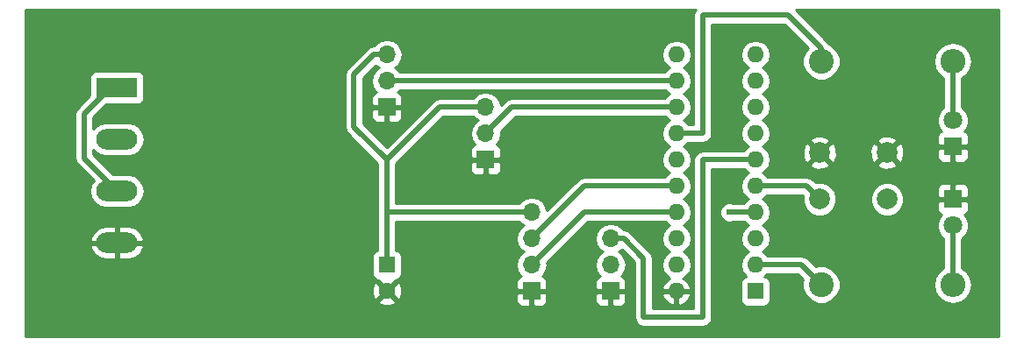
<source format=gbr>
G04 #@! TF.FileFunction,Copper,L2,Bot,Signal*
%FSLAX46Y46*%
G04 Gerber Fmt 4.6, Leading zero omitted, Abs format (unit mm)*
G04 Created by KiCad (PCBNEW 4.0.6+dfsg1-1) date Mon Feb 19 23:29:57 2018*
%MOMM*%
%LPD*%
G01*
G04 APERTURE LIST*
%ADD10C,0.100000*%
%ADD11R,1.600000X1.600000*%
%ADD12C,1.600000*%
%ADD13R,1.800000X1.800000*%
%ADD14C,1.800000*%
%ADD15R,1.700000X1.700000*%
%ADD16O,1.700000X1.700000*%
%ADD17R,3.960000X1.980000*%
%ADD18O,3.960000X1.980000*%
%ADD19C,2.400000*%
%ADD20O,2.400000X2.400000*%
%ADD21C,2.000000*%
%ADD22O,1.600000X1.600000*%
%ADD23C,0.600000*%
%ADD24C,0.500000*%
%ADD25C,0.254000*%
G04 APERTURE END LIST*
D10*
D11*
X142240000Y-126365000D03*
D12*
X142240000Y-128865000D03*
D13*
X196850000Y-114935000D03*
D14*
X196850000Y-112395000D03*
D13*
X196850000Y-120015000D03*
D14*
X196850000Y-122555000D03*
D15*
X151765000Y-116205000D03*
D16*
X151765000Y-113665000D03*
X151765000Y-111125000D03*
D15*
X142240000Y-111125000D03*
D16*
X142240000Y-108585000D03*
X142240000Y-106045000D03*
D15*
X156210000Y-128905000D03*
D16*
X156210000Y-126365000D03*
X156210000Y-123825000D03*
X156210000Y-121285000D03*
D15*
X163830000Y-128905000D03*
D16*
X163830000Y-126365000D03*
X163830000Y-123825000D03*
D17*
X116205000Y-109220000D03*
D18*
X116205000Y-114220000D03*
X116205000Y-124220000D03*
X116205000Y-119220000D03*
D19*
X184150000Y-106680000D03*
D20*
X196850000Y-106680000D03*
D19*
X184150000Y-128270000D03*
D20*
X196850000Y-128270000D03*
D21*
X190500000Y-115515000D03*
X190500000Y-120015000D03*
X184000000Y-115515000D03*
X184000000Y-120015000D03*
D11*
X177800000Y-128905000D03*
D22*
X170180000Y-106045000D03*
X177800000Y-126365000D03*
X170180000Y-108585000D03*
X177800000Y-123825000D03*
X170180000Y-111125000D03*
X177800000Y-121285000D03*
X170180000Y-113665000D03*
X177800000Y-118745000D03*
X170180000Y-116205000D03*
X177800000Y-116205000D03*
X170180000Y-118745000D03*
X177800000Y-113665000D03*
X170180000Y-121285000D03*
X177800000Y-111125000D03*
X170180000Y-123825000D03*
X177800000Y-108585000D03*
X170180000Y-126365000D03*
X177800000Y-106045000D03*
X170180000Y-128905000D03*
D23*
X151765000Y-123825000D03*
X126365000Y-106680000D03*
X175260000Y-121285000D03*
D24*
X151765000Y-111125000D02*
X147320000Y-111125000D01*
X147320000Y-111125000D02*
X142240000Y-116205000D01*
X156210000Y-121285000D02*
X142240000Y-121285000D01*
X142240000Y-126365000D02*
X142240000Y-121285000D01*
X142240000Y-121285000D02*
X142240000Y-116205000D01*
X140970000Y-106045000D02*
X142240000Y-106045000D01*
X139065000Y-107950000D02*
X140970000Y-106045000D01*
X139065000Y-113030000D02*
X139065000Y-107950000D01*
X142240000Y-116205000D02*
X139065000Y-113030000D01*
X196850000Y-112395000D02*
X196850000Y-106680000D01*
X196850000Y-128270000D02*
X196850000Y-122555000D01*
X170180000Y-111125000D02*
X154305000Y-111125000D01*
X154305000Y-111125000D02*
X151765000Y-113665000D01*
X170180000Y-108585000D02*
X142240000Y-108585000D01*
X170180000Y-121285000D02*
X161290000Y-121285000D01*
X161290000Y-121285000D02*
X156210000Y-126365000D01*
X170180000Y-118745000D02*
X161290000Y-118745000D01*
X161290000Y-118745000D02*
X156210000Y-123825000D01*
X177800000Y-118745000D02*
X182730000Y-118745000D01*
X182730000Y-118745000D02*
X184000000Y-120015000D01*
X172720000Y-113665000D02*
X172720000Y-102235000D01*
X170180000Y-113665000D02*
X172720000Y-113665000D01*
X184150000Y-105410000D02*
X184150000Y-106680000D01*
X180975000Y-102235000D02*
X184150000Y-105410000D01*
X172720000Y-102235000D02*
X180975000Y-102235000D01*
X177800000Y-126365000D02*
X182245000Y-126365000D01*
X182245000Y-126365000D02*
X184150000Y-128270000D01*
X172720000Y-131445000D02*
X167005000Y-131445000D01*
X172720000Y-116205000D02*
X172720000Y-131445000D01*
X177800000Y-116205000D02*
X172720000Y-116205000D01*
X165100000Y-123825000D02*
X163830000Y-123825000D01*
X167005000Y-125730000D02*
X165100000Y-123825000D01*
X167005000Y-131445000D02*
X167005000Y-125730000D01*
X164465000Y-123825000D02*
X163830000Y-123825000D01*
X116205000Y-109220000D02*
X115570000Y-109220000D01*
X115570000Y-109220000D02*
X113030000Y-111760000D01*
X113030000Y-111760000D02*
X113030000Y-116045000D01*
X113030000Y-116045000D02*
X116205000Y-119220000D01*
X175260000Y-121285000D02*
X177800000Y-121285000D01*
D25*
G36*
X171902367Y-101896325D02*
X171835000Y-102235000D01*
X171835000Y-112780000D01*
X171309473Y-112780000D01*
X171222811Y-112650302D01*
X170840725Y-112395000D01*
X171222811Y-112139698D01*
X171533880Y-111674151D01*
X171643113Y-111125000D01*
X171533880Y-110575849D01*
X171222811Y-110110302D01*
X170840725Y-109855000D01*
X171222811Y-109599698D01*
X171533880Y-109134151D01*
X171643113Y-108585000D01*
X171533880Y-108035849D01*
X171222811Y-107570302D01*
X170840725Y-107315000D01*
X171222811Y-107059698D01*
X171533880Y-106594151D01*
X171643113Y-106045000D01*
X171533880Y-105495849D01*
X171222811Y-105030302D01*
X170757264Y-104719233D01*
X170208113Y-104610000D01*
X170151887Y-104610000D01*
X169602736Y-104719233D01*
X169137189Y-105030302D01*
X168826120Y-105495849D01*
X168716887Y-106045000D01*
X168826120Y-106594151D01*
X169137189Y-107059698D01*
X169519275Y-107315000D01*
X169137189Y-107570302D01*
X169050527Y-107700000D01*
X143429432Y-107700000D01*
X143319147Y-107534946D01*
X142989974Y-107315000D01*
X143319147Y-107095054D01*
X143641054Y-106613285D01*
X143754093Y-106045000D01*
X143641054Y-105476715D01*
X143319147Y-104994946D01*
X142837378Y-104673039D01*
X142269093Y-104560000D01*
X142210907Y-104560000D01*
X141642622Y-104673039D01*
X141160853Y-104994946D01*
X141050568Y-105160000D01*
X140970005Y-105160000D01*
X140970000Y-105159999D01*
X140687516Y-105216190D01*
X140631325Y-105227367D01*
X140344210Y-105419210D01*
X140344208Y-105419213D01*
X138439210Y-107324210D01*
X138247367Y-107611325D01*
X138247367Y-107611326D01*
X138179999Y-107950000D01*
X138180000Y-107950005D01*
X138180000Y-113029995D01*
X138179999Y-113030000D01*
X138229728Y-113280000D01*
X138247367Y-113368675D01*
X138400689Y-113598139D01*
X138439210Y-113655790D01*
X141355000Y-116571579D01*
X141355000Y-124933554D01*
X141204683Y-124961838D01*
X140988559Y-125100910D01*
X140843569Y-125313110D01*
X140792560Y-125565000D01*
X140792560Y-127165000D01*
X140836838Y-127400317D01*
X140975910Y-127616441D01*
X141188110Y-127761431D01*
X141426201Y-127809646D01*
X141411861Y-127857255D01*
X142240000Y-128685395D01*
X143068139Y-127857255D01*
X143053855Y-127809833D01*
X143275317Y-127768162D01*
X143491441Y-127629090D01*
X143636431Y-127416890D01*
X143687440Y-127165000D01*
X143687440Y-125565000D01*
X143643162Y-125329683D01*
X143504090Y-125113559D01*
X143291890Y-124968569D01*
X143125000Y-124934773D01*
X143125000Y-122170000D01*
X155020568Y-122170000D01*
X155130853Y-122335054D01*
X155460026Y-122555000D01*
X155130853Y-122774946D01*
X154808946Y-123256715D01*
X154695907Y-123825000D01*
X154808946Y-124393285D01*
X155130853Y-124875054D01*
X155460026Y-125095000D01*
X155130853Y-125314946D01*
X154808946Y-125796715D01*
X154695907Y-126365000D01*
X154808946Y-126933285D01*
X155130853Y-127415054D01*
X155174777Y-127444403D01*
X155000302Y-127516673D01*
X154821673Y-127695301D01*
X154725000Y-127928690D01*
X154725000Y-128619250D01*
X154883750Y-128778000D01*
X156083000Y-128778000D01*
X156083000Y-128758000D01*
X156337000Y-128758000D01*
X156337000Y-128778000D01*
X157536250Y-128778000D01*
X157695000Y-128619250D01*
X157695000Y-127928690D01*
X157598327Y-127695301D01*
X157419698Y-127516673D01*
X157245223Y-127444403D01*
X157289147Y-127415054D01*
X157611054Y-126933285D01*
X157724093Y-126365000D01*
X157680539Y-126146041D01*
X160001579Y-123825000D01*
X162315907Y-123825000D01*
X162428946Y-124393285D01*
X162750853Y-124875054D01*
X163080026Y-125095000D01*
X162750853Y-125314946D01*
X162428946Y-125796715D01*
X162315907Y-126365000D01*
X162428946Y-126933285D01*
X162750853Y-127415054D01*
X162794777Y-127444403D01*
X162620302Y-127516673D01*
X162441673Y-127695301D01*
X162345000Y-127928690D01*
X162345000Y-128619250D01*
X162503750Y-128778000D01*
X163703000Y-128778000D01*
X163703000Y-128758000D01*
X163957000Y-128758000D01*
X163957000Y-128778000D01*
X165156250Y-128778000D01*
X165315000Y-128619250D01*
X165315000Y-127928690D01*
X165218327Y-127695301D01*
X165039698Y-127516673D01*
X164865223Y-127444403D01*
X164909147Y-127415054D01*
X165231054Y-126933285D01*
X165344093Y-126365000D01*
X165231054Y-125796715D01*
X164909147Y-125314946D01*
X164579974Y-125095000D01*
X164902749Y-124879329D01*
X166120000Y-126096579D01*
X166120000Y-131445000D01*
X166187367Y-131783675D01*
X166379210Y-132070790D01*
X166666325Y-132262633D01*
X167005000Y-132330000D01*
X172720000Y-132330000D01*
X173058675Y-132262633D01*
X173345790Y-132070790D01*
X173537633Y-131783675D01*
X173605000Y-131445000D01*
X173605000Y-117090000D01*
X176670527Y-117090000D01*
X176757189Y-117219698D01*
X177139275Y-117475000D01*
X176757189Y-117730302D01*
X176446120Y-118195849D01*
X176336887Y-118745000D01*
X176446120Y-119294151D01*
X176757189Y-119759698D01*
X177139275Y-120015000D01*
X176757189Y-120270302D01*
X176670527Y-120400000D01*
X175566822Y-120400000D01*
X175446799Y-120350162D01*
X175074833Y-120349838D01*
X174731057Y-120491883D01*
X174467808Y-120754673D01*
X174325162Y-121098201D01*
X174324838Y-121470167D01*
X174466883Y-121813943D01*
X174729673Y-122077192D01*
X175073201Y-122219838D01*
X175445167Y-122220162D01*
X175566569Y-122170000D01*
X176670527Y-122170000D01*
X176757189Y-122299698D01*
X177139275Y-122555000D01*
X176757189Y-122810302D01*
X176446120Y-123275849D01*
X176336887Y-123825000D01*
X176446120Y-124374151D01*
X176757189Y-124839698D01*
X177139275Y-125095000D01*
X176757189Y-125350302D01*
X176446120Y-125815849D01*
X176336887Y-126365000D01*
X176446120Y-126914151D01*
X176757189Y-127379698D01*
X176901465Y-127476101D01*
X176764683Y-127501838D01*
X176548559Y-127640910D01*
X176403569Y-127853110D01*
X176352560Y-128105000D01*
X176352560Y-129705000D01*
X176396838Y-129940317D01*
X176535910Y-130156441D01*
X176748110Y-130301431D01*
X177000000Y-130352440D01*
X178600000Y-130352440D01*
X178835317Y-130308162D01*
X179051441Y-130169090D01*
X179196431Y-129956890D01*
X179247440Y-129705000D01*
X179247440Y-128105000D01*
X179203162Y-127869683D01*
X179064090Y-127653559D01*
X178851890Y-127508569D01*
X178696911Y-127477185D01*
X178842811Y-127379698D01*
X178929473Y-127250000D01*
X181878420Y-127250000D01*
X182378840Y-127750420D01*
X182315319Y-127903395D01*
X182314682Y-128633403D01*
X182593455Y-129308086D01*
X183109199Y-129824730D01*
X183783395Y-130104681D01*
X184513403Y-130105318D01*
X185188086Y-129826545D01*
X185704730Y-129310801D01*
X185984681Y-128636605D01*
X185985000Y-128270000D01*
X194979050Y-128270000D01*
X195118731Y-128972224D01*
X195516509Y-129567541D01*
X196111826Y-129965319D01*
X196814050Y-130105000D01*
X196885950Y-130105000D01*
X197588174Y-129965319D01*
X198183491Y-129567541D01*
X198581269Y-128972224D01*
X198720950Y-128270000D01*
X198581269Y-127567776D01*
X198183491Y-126972459D01*
X197735000Y-126672787D01*
X197735000Y-123840468D01*
X198150551Y-123425643D01*
X198384733Y-122861670D01*
X198385265Y-122251009D01*
X198152068Y-121686629D01*
X197974908Y-121509159D01*
X198109699Y-121453327D01*
X198288327Y-121274698D01*
X198385000Y-121041309D01*
X198385000Y-120300750D01*
X198226250Y-120142000D01*
X196977000Y-120142000D01*
X196977000Y-120162000D01*
X196723000Y-120162000D01*
X196723000Y-120142000D01*
X195473750Y-120142000D01*
X195315000Y-120300750D01*
X195315000Y-121041309D01*
X195411673Y-121274698D01*
X195590301Y-121453327D01*
X195724994Y-121509119D01*
X195549449Y-121684357D01*
X195315267Y-122248330D01*
X195314735Y-122858991D01*
X195547932Y-123423371D01*
X195965000Y-123841169D01*
X195965000Y-126672787D01*
X195516509Y-126972459D01*
X195118731Y-127567776D01*
X194979050Y-128270000D01*
X185985000Y-128270000D01*
X185985318Y-127906597D01*
X185706545Y-127231914D01*
X185190801Y-126715270D01*
X184516605Y-126435319D01*
X183786597Y-126434682D01*
X183630684Y-126499104D01*
X182870790Y-125739210D01*
X182857006Y-125730000D01*
X182583675Y-125547367D01*
X182527484Y-125536190D01*
X182245000Y-125479999D01*
X182244995Y-125480000D01*
X178929473Y-125480000D01*
X178842811Y-125350302D01*
X178460725Y-125095000D01*
X178842811Y-124839698D01*
X179153880Y-124374151D01*
X179263113Y-123825000D01*
X179153880Y-123275849D01*
X178842811Y-122810302D01*
X178460725Y-122555000D01*
X178842811Y-122299698D01*
X179153880Y-121834151D01*
X179263113Y-121285000D01*
X179153880Y-120735849D01*
X178842811Y-120270302D01*
X178460725Y-120015000D01*
X178842811Y-119759698D01*
X178929473Y-119630000D01*
X182363420Y-119630000D01*
X182381858Y-119648438D01*
X182365284Y-119688352D01*
X182364716Y-120338795D01*
X182613106Y-120939943D01*
X183072637Y-121400278D01*
X183673352Y-121649716D01*
X184323795Y-121650284D01*
X184924943Y-121401894D01*
X185385278Y-120942363D01*
X185634716Y-120341648D01*
X185634718Y-120338795D01*
X188864716Y-120338795D01*
X189113106Y-120939943D01*
X189572637Y-121400278D01*
X190173352Y-121649716D01*
X190823795Y-121650284D01*
X191424943Y-121401894D01*
X191885278Y-120942363D01*
X192134716Y-120341648D01*
X192135284Y-119691205D01*
X191886894Y-119090057D01*
X191785706Y-118988691D01*
X195315000Y-118988691D01*
X195315000Y-119729250D01*
X195473750Y-119888000D01*
X196723000Y-119888000D01*
X196723000Y-118638750D01*
X196977000Y-118638750D01*
X196977000Y-119888000D01*
X198226250Y-119888000D01*
X198385000Y-119729250D01*
X198385000Y-118988691D01*
X198288327Y-118755302D01*
X198109699Y-118576673D01*
X197876310Y-118480000D01*
X197135750Y-118480000D01*
X196977000Y-118638750D01*
X196723000Y-118638750D01*
X196564250Y-118480000D01*
X195823690Y-118480000D01*
X195590301Y-118576673D01*
X195411673Y-118755302D01*
X195315000Y-118988691D01*
X191785706Y-118988691D01*
X191427363Y-118629722D01*
X190826648Y-118380284D01*
X190176205Y-118379716D01*
X189575057Y-118628106D01*
X189114722Y-119087637D01*
X188865284Y-119688352D01*
X188864716Y-120338795D01*
X185634718Y-120338795D01*
X185635284Y-119691205D01*
X185386894Y-119090057D01*
X184927363Y-118629722D01*
X184326648Y-118380284D01*
X183676205Y-118379716D01*
X183633812Y-118397232D01*
X183355790Y-118119210D01*
X183283565Y-118070951D01*
X183068675Y-117927367D01*
X183012484Y-117916190D01*
X182730000Y-117859999D01*
X182729995Y-117860000D01*
X178929473Y-117860000D01*
X178842811Y-117730302D01*
X178460725Y-117475000D01*
X178842811Y-117219698D01*
X179153880Y-116754151D01*
X179171109Y-116667532D01*
X183027073Y-116667532D01*
X183125736Y-116934387D01*
X183735461Y-117160908D01*
X184385460Y-117136856D01*
X184874264Y-116934387D01*
X184972927Y-116667532D01*
X189527073Y-116667532D01*
X189625736Y-116934387D01*
X190235461Y-117160908D01*
X190885460Y-117136856D01*
X191374264Y-116934387D01*
X191472927Y-116667532D01*
X190500000Y-115694605D01*
X189527073Y-116667532D01*
X184972927Y-116667532D01*
X184000000Y-115694605D01*
X183027073Y-116667532D01*
X179171109Y-116667532D01*
X179263113Y-116205000D01*
X179153880Y-115655849D01*
X178883009Y-115250461D01*
X182354092Y-115250461D01*
X182378144Y-115900460D01*
X182580613Y-116389264D01*
X182847468Y-116487927D01*
X183820395Y-115515000D01*
X184179605Y-115515000D01*
X185152532Y-116487927D01*
X185419387Y-116389264D01*
X185645908Y-115779539D01*
X185626331Y-115250461D01*
X188854092Y-115250461D01*
X188878144Y-115900460D01*
X189080613Y-116389264D01*
X189347468Y-116487927D01*
X190320395Y-115515000D01*
X190679605Y-115515000D01*
X191652532Y-116487927D01*
X191919387Y-116389264D01*
X192145908Y-115779539D01*
X192125232Y-115220750D01*
X195315000Y-115220750D01*
X195315000Y-115961309D01*
X195411673Y-116194698D01*
X195590301Y-116373327D01*
X195823690Y-116470000D01*
X196564250Y-116470000D01*
X196723000Y-116311250D01*
X196723000Y-115062000D01*
X196977000Y-115062000D01*
X196977000Y-116311250D01*
X197135750Y-116470000D01*
X197876310Y-116470000D01*
X198109699Y-116373327D01*
X198288327Y-116194698D01*
X198385000Y-115961309D01*
X198385000Y-115220750D01*
X198226250Y-115062000D01*
X196977000Y-115062000D01*
X196723000Y-115062000D01*
X195473750Y-115062000D01*
X195315000Y-115220750D01*
X192125232Y-115220750D01*
X192121856Y-115129540D01*
X191919387Y-114640736D01*
X191652532Y-114542073D01*
X190679605Y-115515000D01*
X190320395Y-115515000D01*
X189347468Y-114542073D01*
X189080613Y-114640736D01*
X188854092Y-115250461D01*
X185626331Y-115250461D01*
X185621856Y-115129540D01*
X185419387Y-114640736D01*
X185152532Y-114542073D01*
X184179605Y-115515000D01*
X183820395Y-115515000D01*
X182847468Y-114542073D01*
X182580613Y-114640736D01*
X182354092Y-115250461D01*
X178883009Y-115250461D01*
X178842811Y-115190302D01*
X178460725Y-114935000D01*
X178842811Y-114679698D01*
X179054777Y-114362468D01*
X183027073Y-114362468D01*
X184000000Y-115335395D01*
X184972927Y-114362468D01*
X189527073Y-114362468D01*
X190500000Y-115335395D01*
X191472927Y-114362468D01*
X191374264Y-114095613D01*
X190764539Y-113869092D01*
X190114540Y-113893144D01*
X189625736Y-114095613D01*
X189527073Y-114362468D01*
X184972927Y-114362468D01*
X184874264Y-114095613D01*
X184264539Y-113869092D01*
X183614540Y-113893144D01*
X183125736Y-114095613D01*
X183027073Y-114362468D01*
X179054777Y-114362468D01*
X179153880Y-114214151D01*
X179263113Y-113665000D01*
X179153880Y-113115849D01*
X178842811Y-112650302D01*
X178460725Y-112395000D01*
X178842811Y-112139698D01*
X179153880Y-111674151D01*
X179263113Y-111125000D01*
X179153880Y-110575849D01*
X178842811Y-110110302D01*
X178460725Y-109855000D01*
X178842811Y-109599698D01*
X179153880Y-109134151D01*
X179263113Y-108585000D01*
X179153880Y-108035849D01*
X178842811Y-107570302D01*
X178460725Y-107315000D01*
X178842811Y-107059698D01*
X179153880Y-106594151D01*
X179263113Y-106045000D01*
X179153880Y-105495849D01*
X178842811Y-105030302D01*
X178377264Y-104719233D01*
X177828113Y-104610000D01*
X177771887Y-104610000D01*
X177222736Y-104719233D01*
X176757189Y-105030302D01*
X176446120Y-105495849D01*
X176336887Y-106045000D01*
X176446120Y-106594151D01*
X176757189Y-107059698D01*
X177139275Y-107315000D01*
X176757189Y-107570302D01*
X176446120Y-108035849D01*
X176336887Y-108585000D01*
X176446120Y-109134151D01*
X176757189Y-109599698D01*
X177139275Y-109855000D01*
X176757189Y-110110302D01*
X176446120Y-110575849D01*
X176336887Y-111125000D01*
X176446120Y-111674151D01*
X176757189Y-112139698D01*
X177139275Y-112395000D01*
X176757189Y-112650302D01*
X176446120Y-113115849D01*
X176336887Y-113665000D01*
X176446120Y-114214151D01*
X176757189Y-114679698D01*
X177139275Y-114935000D01*
X176757189Y-115190302D01*
X176670527Y-115320000D01*
X172720000Y-115320000D01*
X172381325Y-115387367D01*
X172094210Y-115579210D01*
X171902367Y-115866325D01*
X171835000Y-116205000D01*
X171835000Y-130560000D01*
X167890000Y-130560000D01*
X167890000Y-129254039D01*
X168788096Y-129254039D01*
X168948959Y-129642423D01*
X169324866Y-130057389D01*
X169830959Y-130296914D01*
X170053000Y-130175629D01*
X170053000Y-129032000D01*
X170307000Y-129032000D01*
X170307000Y-130175629D01*
X170529041Y-130296914D01*
X171035134Y-130057389D01*
X171411041Y-129642423D01*
X171571904Y-129254039D01*
X171449915Y-129032000D01*
X170307000Y-129032000D01*
X170053000Y-129032000D01*
X168910085Y-129032000D01*
X168788096Y-129254039D01*
X167890000Y-129254039D01*
X167890000Y-125730005D01*
X167890001Y-125730000D01*
X167822633Y-125391326D01*
X167822633Y-125391325D01*
X167630790Y-125104210D01*
X167630787Y-125104208D01*
X165725790Y-123199210D01*
X165668236Y-123160754D01*
X165438675Y-123007367D01*
X165382484Y-122996190D01*
X165100000Y-122939999D01*
X165099995Y-122940000D01*
X165019432Y-122940000D01*
X164909147Y-122774946D01*
X164427378Y-122453039D01*
X163859093Y-122340000D01*
X163800907Y-122340000D01*
X163232622Y-122453039D01*
X162750853Y-122774946D01*
X162428946Y-123256715D01*
X162315907Y-123825000D01*
X160001579Y-123825000D01*
X161656579Y-122170000D01*
X169050527Y-122170000D01*
X169137189Y-122299698D01*
X169519275Y-122555000D01*
X169137189Y-122810302D01*
X168826120Y-123275849D01*
X168716887Y-123825000D01*
X168826120Y-124374151D01*
X169137189Y-124839698D01*
X169519275Y-125095000D01*
X169137189Y-125350302D01*
X168826120Y-125815849D01*
X168716887Y-126365000D01*
X168826120Y-126914151D01*
X169137189Y-127379698D01*
X169541703Y-127649986D01*
X169324866Y-127752611D01*
X168948959Y-128167577D01*
X168788096Y-128555961D01*
X168910085Y-128778000D01*
X170053000Y-128778000D01*
X170053000Y-128758000D01*
X170307000Y-128758000D01*
X170307000Y-128778000D01*
X171449915Y-128778000D01*
X171571904Y-128555961D01*
X171411041Y-128167577D01*
X171035134Y-127752611D01*
X170818297Y-127649986D01*
X171222811Y-127379698D01*
X171533880Y-126914151D01*
X171643113Y-126365000D01*
X171533880Y-125815849D01*
X171222811Y-125350302D01*
X170840725Y-125095000D01*
X171222811Y-124839698D01*
X171533880Y-124374151D01*
X171643113Y-123825000D01*
X171533880Y-123275849D01*
X171222811Y-122810302D01*
X170840725Y-122555000D01*
X171222811Y-122299698D01*
X171533880Y-121834151D01*
X171643113Y-121285000D01*
X171533880Y-120735849D01*
X171222811Y-120270302D01*
X170840725Y-120015000D01*
X171222811Y-119759698D01*
X171533880Y-119294151D01*
X171643113Y-118745000D01*
X171533880Y-118195849D01*
X171222811Y-117730302D01*
X170840725Y-117475000D01*
X171222811Y-117219698D01*
X171533880Y-116754151D01*
X171643113Y-116205000D01*
X171533880Y-115655849D01*
X171222811Y-115190302D01*
X170840725Y-114935000D01*
X171222811Y-114679698D01*
X171309473Y-114550000D01*
X172720000Y-114550000D01*
X173058675Y-114482633D01*
X173345790Y-114290790D01*
X173537633Y-114003675D01*
X173605000Y-113665000D01*
X173605000Y-103120000D01*
X180608420Y-103120000D01*
X182861677Y-105373256D01*
X182595270Y-105639199D01*
X182315319Y-106313395D01*
X182314682Y-107043403D01*
X182593455Y-107718086D01*
X183109199Y-108234730D01*
X183783395Y-108514681D01*
X184513403Y-108515318D01*
X185188086Y-108236545D01*
X185704730Y-107720801D01*
X185984681Y-107046605D01*
X185985000Y-106680000D01*
X194979050Y-106680000D01*
X195118731Y-107382224D01*
X195516509Y-107977541D01*
X195965000Y-108277213D01*
X195965000Y-111109532D01*
X195549449Y-111524357D01*
X195315267Y-112088330D01*
X195314735Y-112698991D01*
X195547932Y-113263371D01*
X195725092Y-113440841D01*
X195590301Y-113496673D01*
X195411673Y-113675302D01*
X195315000Y-113908691D01*
X195315000Y-114649250D01*
X195473750Y-114808000D01*
X196723000Y-114808000D01*
X196723000Y-114788000D01*
X196977000Y-114788000D01*
X196977000Y-114808000D01*
X198226250Y-114808000D01*
X198385000Y-114649250D01*
X198385000Y-113908691D01*
X198288327Y-113675302D01*
X198109699Y-113496673D01*
X197975006Y-113440881D01*
X198150551Y-113265643D01*
X198384733Y-112701670D01*
X198385265Y-112091009D01*
X198152068Y-111526629D01*
X197735000Y-111108831D01*
X197735000Y-108277213D01*
X198183491Y-107977541D01*
X198581269Y-107382224D01*
X198720950Y-106680000D01*
X198581269Y-105977776D01*
X198183491Y-105382459D01*
X197588174Y-104984681D01*
X196885950Y-104845000D01*
X196814050Y-104845000D01*
X196111826Y-104984681D01*
X195516509Y-105382459D01*
X195118731Y-105977776D01*
X194979050Y-106680000D01*
X185985000Y-106680000D01*
X185985318Y-106316597D01*
X185706545Y-105641914D01*
X185190801Y-105125270D01*
X184931824Y-105017733D01*
X184775790Y-104784210D01*
X184775787Y-104784208D01*
X181666580Y-101675000D01*
X201220000Y-101675000D01*
X201220000Y-133275000D01*
X107390000Y-133275000D01*
X107390000Y-129872745D01*
X141411861Y-129872745D01*
X141485995Y-130118864D01*
X142023223Y-130311965D01*
X142593454Y-130284778D01*
X142994005Y-130118864D01*
X143068139Y-129872745D01*
X142240000Y-129044605D01*
X141411861Y-129872745D01*
X107390000Y-129872745D01*
X107390000Y-128648223D01*
X140793035Y-128648223D01*
X140820222Y-129218454D01*
X140986136Y-129619005D01*
X141232255Y-129693139D01*
X142060395Y-128865000D01*
X142419605Y-128865000D01*
X143247745Y-129693139D01*
X143493864Y-129619005D01*
X143647795Y-129190750D01*
X154725000Y-129190750D01*
X154725000Y-129881310D01*
X154821673Y-130114699D01*
X155000302Y-130293327D01*
X155233691Y-130390000D01*
X155924250Y-130390000D01*
X156083000Y-130231250D01*
X156083000Y-129032000D01*
X156337000Y-129032000D01*
X156337000Y-130231250D01*
X156495750Y-130390000D01*
X157186309Y-130390000D01*
X157419698Y-130293327D01*
X157598327Y-130114699D01*
X157695000Y-129881310D01*
X157695000Y-129190750D01*
X162345000Y-129190750D01*
X162345000Y-129881310D01*
X162441673Y-130114699D01*
X162620302Y-130293327D01*
X162853691Y-130390000D01*
X163544250Y-130390000D01*
X163703000Y-130231250D01*
X163703000Y-129032000D01*
X163957000Y-129032000D01*
X163957000Y-130231250D01*
X164115750Y-130390000D01*
X164806309Y-130390000D01*
X165039698Y-130293327D01*
X165218327Y-130114699D01*
X165315000Y-129881310D01*
X165315000Y-129190750D01*
X165156250Y-129032000D01*
X163957000Y-129032000D01*
X163703000Y-129032000D01*
X162503750Y-129032000D01*
X162345000Y-129190750D01*
X157695000Y-129190750D01*
X157536250Y-129032000D01*
X156337000Y-129032000D01*
X156083000Y-129032000D01*
X154883750Y-129032000D01*
X154725000Y-129190750D01*
X143647795Y-129190750D01*
X143686965Y-129081777D01*
X143659778Y-128511546D01*
X143493864Y-128110995D01*
X143247745Y-128036861D01*
X142419605Y-128865000D01*
X142060395Y-128865000D01*
X141232255Y-128036861D01*
X140986136Y-128110995D01*
X140793035Y-128648223D01*
X107390000Y-128648223D01*
X107390000Y-124598865D01*
X113634782Y-124598865D01*
X113665095Y-124724528D01*
X113976149Y-125279246D01*
X114475807Y-125672703D01*
X115088000Y-125845000D01*
X116078000Y-125845000D01*
X116078000Y-124347000D01*
X116332000Y-124347000D01*
X116332000Y-125845000D01*
X117322000Y-125845000D01*
X117934193Y-125672703D01*
X118433851Y-125279246D01*
X118744905Y-124724528D01*
X118775218Y-124598865D01*
X118655740Y-124347000D01*
X116332000Y-124347000D01*
X116078000Y-124347000D01*
X113754260Y-124347000D01*
X113634782Y-124598865D01*
X107390000Y-124598865D01*
X107390000Y-123841135D01*
X113634782Y-123841135D01*
X113754260Y-124093000D01*
X116078000Y-124093000D01*
X116078000Y-122595000D01*
X116332000Y-122595000D01*
X116332000Y-124093000D01*
X118655740Y-124093000D01*
X118775218Y-123841135D01*
X118744905Y-123715472D01*
X118433851Y-123160754D01*
X117934193Y-122767297D01*
X117322000Y-122595000D01*
X116332000Y-122595000D01*
X116078000Y-122595000D01*
X115088000Y-122595000D01*
X114475807Y-122767297D01*
X113976149Y-123160754D01*
X113665095Y-123715472D01*
X113634782Y-123841135D01*
X107390000Y-123841135D01*
X107390000Y-111760000D01*
X112144999Y-111760000D01*
X112145000Y-111760005D01*
X112145000Y-116044995D01*
X112144999Y-116045000D01*
X112176826Y-116205000D01*
X112212367Y-116383675D01*
X112319275Y-116543675D01*
X112404210Y-116670790D01*
X113930466Y-118197046D01*
X113662465Y-118598139D01*
X113538769Y-119220000D01*
X113662465Y-119841861D01*
X114014720Y-120369049D01*
X114541908Y-120721304D01*
X115163769Y-120845000D01*
X117246231Y-120845000D01*
X117868092Y-120721304D01*
X118395280Y-120369049D01*
X118747535Y-119841861D01*
X118871231Y-119220000D01*
X118747535Y-118598139D01*
X118395280Y-118070951D01*
X117868092Y-117718696D01*
X117246231Y-117595000D01*
X115831579Y-117595000D01*
X113915000Y-115678420D01*
X113915000Y-115219807D01*
X114014720Y-115369049D01*
X114541908Y-115721304D01*
X115163769Y-115845000D01*
X117246231Y-115845000D01*
X117868092Y-115721304D01*
X118395280Y-115369049D01*
X118747535Y-114841861D01*
X118871231Y-114220000D01*
X118747535Y-113598139D01*
X118395280Y-113070951D01*
X117868092Y-112718696D01*
X117246231Y-112595000D01*
X115163769Y-112595000D01*
X114541908Y-112718696D01*
X114014720Y-113070951D01*
X113915000Y-113220193D01*
X113915000Y-112126580D01*
X115184139Y-110857440D01*
X118185000Y-110857440D01*
X118420317Y-110813162D01*
X118636441Y-110674090D01*
X118781431Y-110461890D01*
X118832440Y-110210000D01*
X118832440Y-108230000D01*
X118788162Y-107994683D01*
X118649090Y-107778559D01*
X118436890Y-107633569D01*
X118185000Y-107582560D01*
X114225000Y-107582560D01*
X113989683Y-107626838D01*
X113773559Y-107765910D01*
X113628569Y-107978110D01*
X113577560Y-108230000D01*
X113577560Y-109960860D01*
X112404210Y-111134210D01*
X112212367Y-111421325D01*
X112212367Y-111421326D01*
X112144999Y-111760000D01*
X107390000Y-111760000D01*
X107390000Y-101675000D01*
X172050251Y-101675000D01*
X171902367Y-101896325D01*
X171902367Y-101896325D01*
G37*
X171902367Y-101896325D02*
X171835000Y-102235000D01*
X171835000Y-112780000D01*
X171309473Y-112780000D01*
X171222811Y-112650302D01*
X170840725Y-112395000D01*
X171222811Y-112139698D01*
X171533880Y-111674151D01*
X171643113Y-111125000D01*
X171533880Y-110575849D01*
X171222811Y-110110302D01*
X170840725Y-109855000D01*
X171222811Y-109599698D01*
X171533880Y-109134151D01*
X171643113Y-108585000D01*
X171533880Y-108035849D01*
X171222811Y-107570302D01*
X170840725Y-107315000D01*
X171222811Y-107059698D01*
X171533880Y-106594151D01*
X171643113Y-106045000D01*
X171533880Y-105495849D01*
X171222811Y-105030302D01*
X170757264Y-104719233D01*
X170208113Y-104610000D01*
X170151887Y-104610000D01*
X169602736Y-104719233D01*
X169137189Y-105030302D01*
X168826120Y-105495849D01*
X168716887Y-106045000D01*
X168826120Y-106594151D01*
X169137189Y-107059698D01*
X169519275Y-107315000D01*
X169137189Y-107570302D01*
X169050527Y-107700000D01*
X143429432Y-107700000D01*
X143319147Y-107534946D01*
X142989974Y-107315000D01*
X143319147Y-107095054D01*
X143641054Y-106613285D01*
X143754093Y-106045000D01*
X143641054Y-105476715D01*
X143319147Y-104994946D01*
X142837378Y-104673039D01*
X142269093Y-104560000D01*
X142210907Y-104560000D01*
X141642622Y-104673039D01*
X141160853Y-104994946D01*
X141050568Y-105160000D01*
X140970005Y-105160000D01*
X140970000Y-105159999D01*
X140687516Y-105216190D01*
X140631325Y-105227367D01*
X140344210Y-105419210D01*
X140344208Y-105419213D01*
X138439210Y-107324210D01*
X138247367Y-107611325D01*
X138247367Y-107611326D01*
X138179999Y-107950000D01*
X138180000Y-107950005D01*
X138180000Y-113029995D01*
X138179999Y-113030000D01*
X138229728Y-113280000D01*
X138247367Y-113368675D01*
X138400689Y-113598139D01*
X138439210Y-113655790D01*
X141355000Y-116571579D01*
X141355000Y-124933554D01*
X141204683Y-124961838D01*
X140988559Y-125100910D01*
X140843569Y-125313110D01*
X140792560Y-125565000D01*
X140792560Y-127165000D01*
X140836838Y-127400317D01*
X140975910Y-127616441D01*
X141188110Y-127761431D01*
X141426201Y-127809646D01*
X141411861Y-127857255D01*
X142240000Y-128685395D01*
X143068139Y-127857255D01*
X143053855Y-127809833D01*
X143275317Y-127768162D01*
X143491441Y-127629090D01*
X143636431Y-127416890D01*
X143687440Y-127165000D01*
X143687440Y-125565000D01*
X143643162Y-125329683D01*
X143504090Y-125113559D01*
X143291890Y-124968569D01*
X143125000Y-124934773D01*
X143125000Y-122170000D01*
X155020568Y-122170000D01*
X155130853Y-122335054D01*
X155460026Y-122555000D01*
X155130853Y-122774946D01*
X154808946Y-123256715D01*
X154695907Y-123825000D01*
X154808946Y-124393285D01*
X155130853Y-124875054D01*
X155460026Y-125095000D01*
X155130853Y-125314946D01*
X154808946Y-125796715D01*
X154695907Y-126365000D01*
X154808946Y-126933285D01*
X155130853Y-127415054D01*
X155174777Y-127444403D01*
X155000302Y-127516673D01*
X154821673Y-127695301D01*
X154725000Y-127928690D01*
X154725000Y-128619250D01*
X154883750Y-128778000D01*
X156083000Y-128778000D01*
X156083000Y-128758000D01*
X156337000Y-128758000D01*
X156337000Y-128778000D01*
X157536250Y-128778000D01*
X157695000Y-128619250D01*
X157695000Y-127928690D01*
X157598327Y-127695301D01*
X157419698Y-127516673D01*
X157245223Y-127444403D01*
X157289147Y-127415054D01*
X157611054Y-126933285D01*
X157724093Y-126365000D01*
X157680539Y-126146041D01*
X160001579Y-123825000D01*
X162315907Y-123825000D01*
X162428946Y-124393285D01*
X162750853Y-124875054D01*
X163080026Y-125095000D01*
X162750853Y-125314946D01*
X162428946Y-125796715D01*
X162315907Y-126365000D01*
X162428946Y-126933285D01*
X162750853Y-127415054D01*
X162794777Y-127444403D01*
X162620302Y-127516673D01*
X162441673Y-127695301D01*
X162345000Y-127928690D01*
X162345000Y-128619250D01*
X162503750Y-128778000D01*
X163703000Y-128778000D01*
X163703000Y-128758000D01*
X163957000Y-128758000D01*
X163957000Y-128778000D01*
X165156250Y-128778000D01*
X165315000Y-128619250D01*
X165315000Y-127928690D01*
X165218327Y-127695301D01*
X165039698Y-127516673D01*
X164865223Y-127444403D01*
X164909147Y-127415054D01*
X165231054Y-126933285D01*
X165344093Y-126365000D01*
X165231054Y-125796715D01*
X164909147Y-125314946D01*
X164579974Y-125095000D01*
X164902749Y-124879329D01*
X166120000Y-126096579D01*
X166120000Y-131445000D01*
X166187367Y-131783675D01*
X166379210Y-132070790D01*
X166666325Y-132262633D01*
X167005000Y-132330000D01*
X172720000Y-132330000D01*
X173058675Y-132262633D01*
X173345790Y-132070790D01*
X173537633Y-131783675D01*
X173605000Y-131445000D01*
X173605000Y-117090000D01*
X176670527Y-117090000D01*
X176757189Y-117219698D01*
X177139275Y-117475000D01*
X176757189Y-117730302D01*
X176446120Y-118195849D01*
X176336887Y-118745000D01*
X176446120Y-119294151D01*
X176757189Y-119759698D01*
X177139275Y-120015000D01*
X176757189Y-120270302D01*
X176670527Y-120400000D01*
X175566822Y-120400000D01*
X175446799Y-120350162D01*
X175074833Y-120349838D01*
X174731057Y-120491883D01*
X174467808Y-120754673D01*
X174325162Y-121098201D01*
X174324838Y-121470167D01*
X174466883Y-121813943D01*
X174729673Y-122077192D01*
X175073201Y-122219838D01*
X175445167Y-122220162D01*
X175566569Y-122170000D01*
X176670527Y-122170000D01*
X176757189Y-122299698D01*
X177139275Y-122555000D01*
X176757189Y-122810302D01*
X176446120Y-123275849D01*
X176336887Y-123825000D01*
X176446120Y-124374151D01*
X176757189Y-124839698D01*
X177139275Y-125095000D01*
X176757189Y-125350302D01*
X176446120Y-125815849D01*
X176336887Y-126365000D01*
X176446120Y-126914151D01*
X176757189Y-127379698D01*
X176901465Y-127476101D01*
X176764683Y-127501838D01*
X176548559Y-127640910D01*
X176403569Y-127853110D01*
X176352560Y-128105000D01*
X176352560Y-129705000D01*
X176396838Y-129940317D01*
X176535910Y-130156441D01*
X176748110Y-130301431D01*
X177000000Y-130352440D01*
X178600000Y-130352440D01*
X178835317Y-130308162D01*
X179051441Y-130169090D01*
X179196431Y-129956890D01*
X179247440Y-129705000D01*
X179247440Y-128105000D01*
X179203162Y-127869683D01*
X179064090Y-127653559D01*
X178851890Y-127508569D01*
X178696911Y-127477185D01*
X178842811Y-127379698D01*
X178929473Y-127250000D01*
X181878420Y-127250000D01*
X182378840Y-127750420D01*
X182315319Y-127903395D01*
X182314682Y-128633403D01*
X182593455Y-129308086D01*
X183109199Y-129824730D01*
X183783395Y-130104681D01*
X184513403Y-130105318D01*
X185188086Y-129826545D01*
X185704730Y-129310801D01*
X185984681Y-128636605D01*
X185985000Y-128270000D01*
X194979050Y-128270000D01*
X195118731Y-128972224D01*
X195516509Y-129567541D01*
X196111826Y-129965319D01*
X196814050Y-130105000D01*
X196885950Y-130105000D01*
X197588174Y-129965319D01*
X198183491Y-129567541D01*
X198581269Y-128972224D01*
X198720950Y-128270000D01*
X198581269Y-127567776D01*
X198183491Y-126972459D01*
X197735000Y-126672787D01*
X197735000Y-123840468D01*
X198150551Y-123425643D01*
X198384733Y-122861670D01*
X198385265Y-122251009D01*
X198152068Y-121686629D01*
X197974908Y-121509159D01*
X198109699Y-121453327D01*
X198288327Y-121274698D01*
X198385000Y-121041309D01*
X198385000Y-120300750D01*
X198226250Y-120142000D01*
X196977000Y-120142000D01*
X196977000Y-120162000D01*
X196723000Y-120162000D01*
X196723000Y-120142000D01*
X195473750Y-120142000D01*
X195315000Y-120300750D01*
X195315000Y-121041309D01*
X195411673Y-121274698D01*
X195590301Y-121453327D01*
X195724994Y-121509119D01*
X195549449Y-121684357D01*
X195315267Y-122248330D01*
X195314735Y-122858991D01*
X195547932Y-123423371D01*
X195965000Y-123841169D01*
X195965000Y-126672787D01*
X195516509Y-126972459D01*
X195118731Y-127567776D01*
X194979050Y-128270000D01*
X185985000Y-128270000D01*
X185985318Y-127906597D01*
X185706545Y-127231914D01*
X185190801Y-126715270D01*
X184516605Y-126435319D01*
X183786597Y-126434682D01*
X183630684Y-126499104D01*
X182870790Y-125739210D01*
X182857006Y-125730000D01*
X182583675Y-125547367D01*
X182527484Y-125536190D01*
X182245000Y-125479999D01*
X182244995Y-125480000D01*
X178929473Y-125480000D01*
X178842811Y-125350302D01*
X178460725Y-125095000D01*
X178842811Y-124839698D01*
X179153880Y-124374151D01*
X179263113Y-123825000D01*
X179153880Y-123275849D01*
X178842811Y-122810302D01*
X178460725Y-122555000D01*
X178842811Y-122299698D01*
X179153880Y-121834151D01*
X179263113Y-121285000D01*
X179153880Y-120735849D01*
X178842811Y-120270302D01*
X178460725Y-120015000D01*
X178842811Y-119759698D01*
X178929473Y-119630000D01*
X182363420Y-119630000D01*
X182381858Y-119648438D01*
X182365284Y-119688352D01*
X182364716Y-120338795D01*
X182613106Y-120939943D01*
X183072637Y-121400278D01*
X183673352Y-121649716D01*
X184323795Y-121650284D01*
X184924943Y-121401894D01*
X185385278Y-120942363D01*
X185634716Y-120341648D01*
X185634718Y-120338795D01*
X188864716Y-120338795D01*
X189113106Y-120939943D01*
X189572637Y-121400278D01*
X190173352Y-121649716D01*
X190823795Y-121650284D01*
X191424943Y-121401894D01*
X191885278Y-120942363D01*
X192134716Y-120341648D01*
X192135284Y-119691205D01*
X191886894Y-119090057D01*
X191785706Y-118988691D01*
X195315000Y-118988691D01*
X195315000Y-119729250D01*
X195473750Y-119888000D01*
X196723000Y-119888000D01*
X196723000Y-118638750D01*
X196977000Y-118638750D01*
X196977000Y-119888000D01*
X198226250Y-119888000D01*
X198385000Y-119729250D01*
X198385000Y-118988691D01*
X198288327Y-118755302D01*
X198109699Y-118576673D01*
X197876310Y-118480000D01*
X197135750Y-118480000D01*
X196977000Y-118638750D01*
X196723000Y-118638750D01*
X196564250Y-118480000D01*
X195823690Y-118480000D01*
X195590301Y-118576673D01*
X195411673Y-118755302D01*
X195315000Y-118988691D01*
X191785706Y-118988691D01*
X191427363Y-118629722D01*
X190826648Y-118380284D01*
X190176205Y-118379716D01*
X189575057Y-118628106D01*
X189114722Y-119087637D01*
X188865284Y-119688352D01*
X188864716Y-120338795D01*
X185634718Y-120338795D01*
X185635284Y-119691205D01*
X185386894Y-119090057D01*
X184927363Y-118629722D01*
X184326648Y-118380284D01*
X183676205Y-118379716D01*
X183633812Y-118397232D01*
X183355790Y-118119210D01*
X183283565Y-118070951D01*
X183068675Y-117927367D01*
X183012484Y-117916190D01*
X182730000Y-117859999D01*
X182729995Y-117860000D01*
X178929473Y-117860000D01*
X178842811Y-117730302D01*
X178460725Y-117475000D01*
X178842811Y-117219698D01*
X179153880Y-116754151D01*
X179171109Y-116667532D01*
X183027073Y-116667532D01*
X183125736Y-116934387D01*
X183735461Y-117160908D01*
X184385460Y-117136856D01*
X184874264Y-116934387D01*
X184972927Y-116667532D01*
X189527073Y-116667532D01*
X189625736Y-116934387D01*
X190235461Y-117160908D01*
X190885460Y-117136856D01*
X191374264Y-116934387D01*
X191472927Y-116667532D01*
X190500000Y-115694605D01*
X189527073Y-116667532D01*
X184972927Y-116667532D01*
X184000000Y-115694605D01*
X183027073Y-116667532D01*
X179171109Y-116667532D01*
X179263113Y-116205000D01*
X179153880Y-115655849D01*
X178883009Y-115250461D01*
X182354092Y-115250461D01*
X182378144Y-115900460D01*
X182580613Y-116389264D01*
X182847468Y-116487927D01*
X183820395Y-115515000D01*
X184179605Y-115515000D01*
X185152532Y-116487927D01*
X185419387Y-116389264D01*
X185645908Y-115779539D01*
X185626331Y-115250461D01*
X188854092Y-115250461D01*
X188878144Y-115900460D01*
X189080613Y-116389264D01*
X189347468Y-116487927D01*
X190320395Y-115515000D01*
X190679605Y-115515000D01*
X191652532Y-116487927D01*
X191919387Y-116389264D01*
X192145908Y-115779539D01*
X192125232Y-115220750D01*
X195315000Y-115220750D01*
X195315000Y-115961309D01*
X195411673Y-116194698D01*
X195590301Y-116373327D01*
X195823690Y-116470000D01*
X196564250Y-116470000D01*
X196723000Y-116311250D01*
X196723000Y-115062000D01*
X196977000Y-115062000D01*
X196977000Y-116311250D01*
X197135750Y-116470000D01*
X197876310Y-116470000D01*
X198109699Y-116373327D01*
X198288327Y-116194698D01*
X198385000Y-115961309D01*
X198385000Y-115220750D01*
X198226250Y-115062000D01*
X196977000Y-115062000D01*
X196723000Y-115062000D01*
X195473750Y-115062000D01*
X195315000Y-115220750D01*
X192125232Y-115220750D01*
X192121856Y-115129540D01*
X191919387Y-114640736D01*
X191652532Y-114542073D01*
X190679605Y-115515000D01*
X190320395Y-115515000D01*
X189347468Y-114542073D01*
X189080613Y-114640736D01*
X188854092Y-115250461D01*
X185626331Y-115250461D01*
X185621856Y-115129540D01*
X185419387Y-114640736D01*
X185152532Y-114542073D01*
X184179605Y-115515000D01*
X183820395Y-115515000D01*
X182847468Y-114542073D01*
X182580613Y-114640736D01*
X182354092Y-115250461D01*
X178883009Y-115250461D01*
X178842811Y-115190302D01*
X178460725Y-114935000D01*
X178842811Y-114679698D01*
X179054777Y-114362468D01*
X183027073Y-114362468D01*
X184000000Y-115335395D01*
X184972927Y-114362468D01*
X189527073Y-114362468D01*
X190500000Y-115335395D01*
X191472927Y-114362468D01*
X191374264Y-114095613D01*
X190764539Y-113869092D01*
X190114540Y-113893144D01*
X189625736Y-114095613D01*
X189527073Y-114362468D01*
X184972927Y-114362468D01*
X184874264Y-114095613D01*
X184264539Y-113869092D01*
X183614540Y-113893144D01*
X183125736Y-114095613D01*
X183027073Y-114362468D01*
X179054777Y-114362468D01*
X179153880Y-114214151D01*
X179263113Y-113665000D01*
X179153880Y-113115849D01*
X178842811Y-112650302D01*
X178460725Y-112395000D01*
X178842811Y-112139698D01*
X179153880Y-111674151D01*
X179263113Y-111125000D01*
X179153880Y-110575849D01*
X178842811Y-110110302D01*
X178460725Y-109855000D01*
X178842811Y-109599698D01*
X179153880Y-109134151D01*
X179263113Y-108585000D01*
X179153880Y-108035849D01*
X178842811Y-107570302D01*
X178460725Y-107315000D01*
X178842811Y-107059698D01*
X179153880Y-106594151D01*
X179263113Y-106045000D01*
X179153880Y-105495849D01*
X178842811Y-105030302D01*
X178377264Y-104719233D01*
X177828113Y-104610000D01*
X177771887Y-104610000D01*
X177222736Y-104719233D01*
X176757189Y-105030302D01*
X176446120Y-105495849D01*
X176336887Y-106045000D01*
X176446120Y-106594151D01*
X176757189Y-107059698D01*
X177139275Y-107315000D01*
X176757189Y-107570302D01*
X176446120Y-108035849D01*
X176336887Y-108585000D01*
X176446120Y-109134151D01*
X176757189Y-109599698D01*
X177139275Y-109855000D01*
X176757189Y-110110302D01*
X176446120Y-110575849D01*
X176336887Y-111125000D01*
X176446120Y-111674151D01*
X176757189Y-112139698D01*
X177139275Y-112395000D01*
X176757189Y-112650302D01*
X176446120Y-113115849D01*
X176336887Y-113665000D01*
X176446120Y-114214151D01*
X176757189Y-114679698D01*
X177139275Y-114935000D01*
X176757189Y-115190302D01*
X176670527Y-115320000D01*
X172720000Y-115320000D01*
X172381325Y-115387367D01*
X172094210Y-115579210D01*
X171902367Y-115866325D01*
X171835000Y-116205000D01*
X171835000Y-130560000D01*
X167890000Y-130560000D01*
X167890000Y-129254039D01*
X168788096Y-129254039D01*
X168948959Y-129642423D01*
X169324866Y-130057389D01*
X169830959Y-130296914D01*
X170053000Y-130175629D01*
X170053000Y-129032000D01*
X170307000Y-129032000D01*
X170307000Y-130175629D01*
X170529041Y-130296914D01*
X171035134Y-130057389D01*
X171411041Y-129642423D01*
X171571904Y-129254039D01*
X171449915Y-129032000D01*
X170307000Y-129032000D01*
X170053000Y-129032000D01*
X168910085Y-129032000D01*
X168788096Y-129254039D01*
X167890000Y-129254039D01*
X167890000Y-125730005D01*
X167890001Y-125730000D01*
X167822633Y-125391326D01*
X167822633Y-125391325D01*
X167630790Y-125104210D01*
X167630787Y-125104208D01*
X165725790Y-123199210D01*
X165668236Y-123160754D01*
X165438675Y-123007367D01*
X165382484Y-122996190D01*
X165100000Y-122939999D01*
X165099995Y-122940000D01*
X165019432Y-122940000D01*
X164909147Y-122774946D01*
X164427378Y-122453039D01*
X163859093Y-122340000D01*
X163800907Y-122340000D01*
X163232622Y-122453039D01*
X162750853Y-122774946D01*
X162428946Y-123256715D01*
X162315907Y-123825000D01*
X160001579Y-123825000D01*
X161656579Y-122170000D01*
X169050527Y-122170000D01*
X169137189Y-122299698D01*
X169519275Y-122555000D01*
X169137189Y-122810302D01*
X168826120Y-123275849D01*
X168716887Y-123825000D01*
X168826120Y-124374151D01*
X169137189Y-124839698D01*
X169519275Y-125095000D01*
X169137189Y-125350302D01*
X168826120Y-125815849D01*
X168716887Y-126365000D01*
X168826120Y-126914151D01*
X169137189Y-127379698D01*
X169541703Y-127649986D01*
X169324866Y-127752611D01*
X168948959Y-128167577D01*
X168788096Y-128555961D01*
X168910085Y-128778000D01*
X170053000Y-128778000D01*
X170053000Y-128758000D01*
X170307000Y-128758000D01*
X170307000Y-128778000D01*
X171449915Y-128778000D01*
X171571904Y-128555961D01*
X171411041Y-128167577D01*
X171035134Y-127752611D01*
X170818297Y-127649986D01*
X171222811Y-127379698D01*
X171533880Y-126914151D01*
X171643113Y-126365000D01*
X171533880Y-125815849D01*
X171222811Y-125350302D01*
X170840725Y-125095000D01*
X171222811Y-124839698D01*
X171533880Y-124374151D01*
X171643113Y-123825000D01*
X171533880Y-123275849D01*
X171222811Y-122810302D01*
X170840725Y-122555000D01*
X171222811Y-122299698D01*
X171533880Y-121834151D01*
X171643113Y-121285000D01*
X171533880Y-120735849D01*
X171222811Y-120270302D01*
X170840725Y-120015000D01*
X171222811Y-119759698D01*
X171533880Y-119294151D01*
X171643113Y-118745000D01*
X171533880Y-118195849D01*
X171222811Y-117730302D01*
X170840725Y-117475000D01*
X171222811Y-117219698D01*
X171533880Y-116754151D01*
X171643113Y-116205000D01*
X171533880Y-115655849D01*
X171222811Y-115190302D01*
X170840725Y-114935000D01*
X171222811Y-114679698D01*
X171309473Y-114550000D01*
X172720000Y-114550000D01*
X173058675Y-114482633D01*
X173345790Y-114290790D01*
X173537633Y-114003675D01*
X173605000Y-113665000D01*
X173605000Y-103120000D01*
X180608420Y-103120000D01*
X182861677Y-105373256D01*
X182595270Y-105639199D01*
X182315319Y-106313395D01*
X182314682Y-107043403D01*
X182593455Y-107718086D01*
X183109199Y-108234730D01*
X183783395Y-108514681D01*
X184513403Y-108515318D01*
X185188086Y-108236545D01*
X185704730Y-107720801D01*
X185984681Y-107046605D01*
X185985000Y-106680000D01*
X194979050Y-106680000D01*
X195118731Y-107382224D01*
X195516509Y-107977541D01*
X195965000Y-108277213D01*
X195965000Y-111109532D01*
X195549449Y-111524357D01*
X195315267Y-112088330D01*
X195314735Y-112698991D01*
X195547932Y-113263371D01*
X195725092Y-113440841D01*
X195590301Y-113496673D01*
X195411673Y-113675302D01*
X195315000Y-113908691D01*
X195315000Y-114649250D01*
X195473750Y-114808000D01*
X196723000Y-114808000D01*
X196723000Y-114788000D01*
X196977000Y-114788000D01*
X196977000Y-114808000D01*
X198226250Y-114808000D01*
X198385000Y-114649250D01*
X198385000Y-113908691D01*
X198288327Y-113675302D01*
X198109699Y-113496673D01*
X197975006Y-113440881D01*
X198150551Y-113265643D01*
X198384733Y-112701670D01*
X198385265Y-112091009D01*
X198152068Y-111526629D01*
X197735000Y-111108831D01*
X197735000Y-108277213D01*
X198183491Y-107977541D01*
X198581269Y-107382224D01*
X198720950Y-106680000D01*
X198581269Y-105977776D01*
X198183491Y-105382459D01*
X197588174Y-104984681D01*
X196885950Y-104845000D01*
X196814050Y-104845000D01*
X196111826Y-104984681D01*
X195516509Y-105382459D01*
X195118731Y-105977776D01*
X194979050Y-106680000D01*
X185985000Y-106680000D01*
X185985318Y-106316597D01*
X185706545Y-105641914D01*
X185190801Y-105125270D01*
X184931824Y-105017733D01*
X184775790Y-104784210D01*
X184775787Y-104784208D01*
X181666580Y-101675000D01*
X201220000Y-101675000D01*
X201220000Y-133275000D01*
X107390000Y-133275000D01*
X107390000Y-129872745D01*
X141411861Y-129872745D01*
X141485995Y-130118864D01*
X142023223Y-130311965D01*
X142593454Y-130284778D01*
X142994005Y-130118864D01*
X143068139Y-129872745D01*
X142240000Y-129044605D01*
X141411861Y-129872745D01*
X107390000Y-129872745D01*
X107390000Y-128648223D01*
X140793035Y-128648223D01*
X140820222Y-129218454D01*
X140986136Y-129619005D01*
X141232255Y-129693139D01*
X142060395Y-128865000D01*
X142419605Y-128865000D01*
X143247745Y-129693139D01*
X143493864Y-129619005D01*
X143647795Y-129190750D01*
X154725000Y-129190750D01*
X154725000Y-129881310D01*
X154821673Y-130114699D01*
X155000302Y-130293327D01*
X155233691Y-130390000D01*
X155924250Y-130390000D01*
X156083000Y-130231250D01*
X156083000Y-129032000D01*
X156337000Y-129032000D01*
X156337000Y-130231250D01*
X156495750Y-130390000D01*
X157186309Y-130390000D01*
X157419698Y-130293327D01*
X157598327Y-130114699D01*
X157695000Y-129881310D01*
X157695000Y-129190750D01*
X162345000Y-129190750D01*
X162345000Y-129881310D01*
X162441673Y-130114699D01*
X162620302Y-130293327D01*
X162853691Y-130390000D01*
X163544250Y-130390000D01*
X163703000Y-130231250D01*
X163703000Y-129032000D01*
X163957000Y-129032000D01*
X163957000Y-130231250D01*
X164115750Y-130390000D01*
X164806309Y-130390000D01*
X165039698Y-130293327D01*
X165218327Y-130114699D01*
X165315000Y-129881310D01*
X165315000Y-129190750D01*
X165156250Y-129032000D01*
X163957000Y-129032000D01*
X163703000Y-129032000D01*
X162503750Y-129032000D01*
X162345000Y-129190750D01*
X157695000Y-129190750D01*
X157536250Y-129032000D01*
X156337000Y-129032000D01*
X156083000Y-129032000D01*
X154883750Y-129032000D01*
X154725000Y-129190750D01*
X143647795Y-129190750D01*
X143686965Y-129081777D01*
X143659778Y-128511546D01*
X143493864Y-128110995D01*
X143247745Y-128036861D01*
X142419605Y-128865000D01*
X142060395Y-128865000D01*
X141232255Y-128036861D01*
X140986136Y-128110995D01*
X140793035Y-128648223D01*
X107390000Y-128648223D01*
X107390000Y-124598865D01*
X113634782Y-124598865D01*
X113665095Y-124724528D01*
X113976149Y-125279246D01*
X114475807Y-125672703D01*
X115088000Y-125845000D01*
X116078000Y-125845000D01*
X116078000Y-124347000D01*
X116332000Y-124347000D01*
X116332000Y-125845000D01*
X117322000Y-125845000D01*
X117934193Y-125672703D01*
X118433851Y-125279246D01*
X118744905Y-124724528D01*
X118775218Y-124598865D01*
X118655740Y-124347000D01*
X116332000Y-124347000D01*
X116078000Y-124347000D01*
X113754260Y-124347000D01*
X113634782Y-124598865D01*
X107390000Y-124598865D01*
X107390000Y-123841135D01*
X113634782Y-123841135D01*
X113754260Y-124093000D01*
X116078000Y-124093000D01*
X116078000Y-122595000D01*
X116332000Y-122595000D01*
X116332000Y-124093000D01*
X118655740Y-124093000D01*
X118775218Y-123841135D01*
X118744905Y-123715472D01*
X118433851Y-123160754D01*
X117934193Y-122767297D01*
X117322000Y-122595000D01*
X116332000Y-122595000D01*
X116078000Y-122595000D01*
X115088000Y-122595000D01*
X114475807Y-122767297D01*
X113976149Y-123160754D01*
X113665095Y-123715472D01*
X113634782Y-123841135D01*
X107390000Y-123841135D01*
X107390000Y-111760000D01*
X112144999Y-111760000D01*
X112145000Y-111760005D01*
X112145000Y-116044995D01*
X112144999Y-116045000D01*
X112176826Y-116205000D01*
X112212367Y-116383675D01*
X112319275Y-116543675D01*
X112404210Y-116670790D01*
X113930466Y-118197046D01*
X113662465Y-118598139D01*
X113538769Y-119220000D01*
X113662465Y-119841861D01*
X114014720Y-120369049D01*
X114541908Y-120721304D01*
X115163769Y-120845000D01*
X117246231Y-120845000D01*
X117868092Y-120721304D01*
X118395280Y-120369049D01*
X118747535Y-119841861D01*
X118871231Y-119220000D01*
X118747535Y-118598139D01*
X118395280Y-118070951D01*
X117868092Y-117718696D01*
X117246231Y-117595000D01*
X115831579Y-117595000D01*
X113915000Y-115678420D01*
X113915000Y-115219807D01*
X114014720Y-115369049D01*
X114541908Y-115721304D01*
X115163769Y-115845000D01*
X117246231Y-115845000D01*
X117868092Y-115721304D01*
X118395280Y-115369049D01*
X118747535Y-114841861D01*
X118871231Y-114220000D01*
X118747535Y-113598139D01*
X118395280Y-113070951D01*
X117868092Y-112718696D01*
X117246231Y-112595000D01*
X115163769Y-112595000D01*
X114541908Y-112718696D01*
X114014720Y-113070951D01*
X113915000Y-113220193D01*
X113915000Y-112126580D01*
X115184139Y-110857440D01*
X118185000Y-110857440D01*
X118420317Y-110813162D01*
X118636441Y-110674090D01*
X118781431Y-110461890D01*
X118832440Y-110210000D01*
X118832440Y-108230000D01*
X118788162Y-107994683D01*
X118649090Y-107778559D01*
X118436890Y-107633569D01*
X118185000Y-107582560D01*
X114225000Y-107582560D01*
X113989683Y-107626838D01*
X113773559Y-107765910D01*
X113628569Y-107978110D01*
X113577560Y-108230000D01*
X113577560Y-109960860D01*
X112404210Y-111134210D01*
X112212367Y-111421325D01*
X112212367Y-111421326D01*
X112144999Y-111760000D01*
X107390000Y-111760000D01*
X107390000Y-101675000D01*
X172050251Y-101675000D01*
X171902367Y-101896325D01*
G36*
X150685853Y-112175054D02*
X151015026Y-112395000D01*
X150685853Y-112614946D01*
X150363946Y-113096715D01*
X150250907Y-113665000D01*
X150363946Y-114233285D01*
X150685853Y-114715054D01*
X150729777Y-114744403D01*
X150555302Y-114816673D01*
X150376673Y-114995301D01*
X150280000Y-115228690D01*
X150280000Y-115919250D01*
X150438750Y-116078000D01*
X151638000Y-116078000D01*
X151638000Y-116058000D01*
X151892000Y-116058000D01*
X151892000Y-116078000D01*
X153091250Y-116078000D01*
X153250000Y-115919250D01*
X153250000Y-115228690D01*
X153153327Y-114995301D01*
X152974698Y-114816673D01*
X152800223Y-114744403D01*
X152844147Y-114715054D01*
X153166054Y-114233285D01*
X153279093Y-113665000D01*
X153235539Y-113446040D01*
X154671579Y-112010000D01*
X169050527Y-112010000D01*
X169137189Y-112139698D01*
X169519275Y-112395000D01*
X169137189Y-112650302D01*
X168826120Y-113115849D01*
X168716887Y-113665000D01*
X168826120Y-114214151D01*
X169137189Y-114679698D01*
X169519275Y-114935000D01*
X169137189Y-115190302D01*
X168826120Y-115655849D01*
X168716887Y-116205000D01*
X168826120Y-116754151D01*
X169137189Y-117219698D01*
X169519275Y-117475000D01*
X169137189Y-117730302D01*
X169050527Y-117860000D01*
X161290005Y-117860000D01*
X161290000Y-117859999D01*
X161007516Y-117916190D01*
X160951325Y-117927367D01*
X160664210Y-118119210D01*
X160664208Y-118119213D01*
X157686651Y-121096769D01*
X157611054Y-120716715D01*
X157289147Y-120234946D01*
X156807378Y-119913039D01*
X156239093Y-119800000D01*
X156180907Y-119800000D01*
X155612622Y-119913039D01*
X155130853Y-120234946D01*
X155020568Y-120400000D01*
X143125000Y-120400000D01*
X143125000Y-116571580D01*
X143205829Y-116490750D01*
X150280000Y-116490750D01*
X150280000Y-117181310D01*
X150376673Y-117414699D01*
X150555302Y-117593327D01*
X150788691Y-117690000D01*
X151479250Y-117690000D01*
X151638000Y-117531250D01*
X151638000Y-116332000D01*
X151892000Y-116332000D01*
X151892000Y-117531250D01*
X152050750Y-117690000D01*
X152741309Y-117690000D01*
X152974698Y-117593327D01*
X153153327Y-117414699D01*
X153250000Y-117181310D01*
X153250000Y-116490750D01*
X153091250Y-116332000D01*
X151892000Y-116332000D01*
X151638000Y-116332000D01*
X150438750Y-116332000D01*
X150280000Y-116490750D01*
X143205829Y-116490750D01*
X147686579Y-112010000D01*
X150575568Y-112010000D01*
X150685853Y-112175054D01*
X150685853Y-112175054D01*
G37*
X150685853Y-112175054D02*
X151015026Y-112395000D01*
X150685853Y-112614946D01*
X150363946Y-113096715D01*
X150250907Y-113665000D01*
X150363946Y-114233285D01*
X150685853Y-114715054D01*
X150729777Y-114744403D01*
X150555302Y-114816673D01*
X150376673Y-114995301D01*
X150280000Y-115228690D01*
X150280000Y-115919250D01*
X150438750Y-116078000D01*
X151638000Y-116078000D01*
X151638000Y-116058000D01*
X151892000Y-116058000D01*
X151892000Y-116078000D01*
X153091250Y-116078000D01*
X153250000Y-115919250D01*
X153250000Y-115228690D01*
X153153327Y-114995301D01*
X152974698Y-114816673D01*
X152800223Y-114744403D01*
X152844147Y-114715054D01*
X153166054Y-114233285D01*
X153279093Y-113665000D01*
X153235539Y-113446040D01*
X154671579Y-112010000D01*
X169050527Y-112010000D01*
X169137189Y-112139698D01*
X169519275Y-112395000D01*
X169137189Y-112650302D01*
X168826120Y-113115849D01*
X168716887Y-113665000D01*
X168826120Y-114214151D01*
X169137189Y-114679698D01*
X169519275Y-114935000D01*
X169137189Y-115190302D01*
X168826120Y-115655849D01*
X168716887Y-116205000D01*
X168826120Y-116754151D01*
X169137189Y-117219698D01*
X169519275Y-117475000D01*
X169137189Y-117730302D01*
X169050527Y-117860000D01*
X161290005Y-117860000D01*
X161290000Y-117859999D01*
X161007516Y-117916190D01*
X160951325Y-117927367D01*
X160664210Y-118119210D01*
X160664208Y-118119213D01*
X157686651Y-121096769D01*
X157611054Y-120716715D01*
X157289147Y-120234946D01*
X156807378Y-119913039D01*
X156239093Y-119800000D01*
X156180907Y-119800000D01*
X155612622Y-119913039D01*
X155130853Y-120234946D01*
X155020568Y-120400000D01*
X143125000Y-120400000D01*
X143125000Y-116571580D01*
X143205829Y-116490750D01*
X150280000Y-116490750D01*
X150280000Y-117181310D01*
X150376673Y-117414699D01*
X150555302Y-117593327D01*
X150788691Y-117690000D01*
X151479250Y-117690000D01*
X151638000Y-117531250D01*
X151638000Y-116332000D01*
X151892000Y-116332000D01*
X151892000Y-117531250D01*
X152050750Y-117690000D01*
X152741309Y-117690000D01*
X152974698Y-117593327D01*
X153153327Y-117414699D01*
X153250000Y-117181310D01*
X153250000Y-116490750D01*
X153091250Y-116332000D01*
X151892000Y-116332000D01*
X151638000Y-116332000D01*
X150438750Y-116332000D01*
X150280000Y-116490750D01*
X143205829Y-116490750D01*
X147686579Y-112010000D01*
X150575568Y-112010000D01*
X150685853Y-112175054D01*
G36*
X141490026Y-107315000D02*
X141160853Y-107534946D01*
X140838946Y-108016715D01*
X140725907Y-108585000D01*
X140838946Y-109153285D01*
X141160853Y-109635054D01*
X141204777Y-109664403D01*
X141030302Y-109736673D01*
X140851673Y-109915301D01*
X140755000Y-110148690D01*
X140755000Y-110839250D01*
X140913750Y-110998000D01*
X142113000Y-110998000D01*
X142113000Y-110978000D01*
X142367000Y-110978000D01*
X142367000Y-110998000D01*
X143566250Y-110998000D01*
X143725000Y-110839250D01*
X143725000Y-110148690D01*
X143628327Y-109915301D01*
X143449698Y-109736673D01*
X143275223Y-109664403D01*
X143319147Y-109635054D01*
X143429432Y-109470000D01*
X169050527Y-109470000D01*
X169137189Y-109599698D01*
X169519275Y-109855000D01*
X169137189Y-110110302D01*
X169050527Y-110240000D01*
X154305000Y-110240000D01*
X153966325Y-110307367D01*
X153679210Y-110499210D01*
X153679208Y-110499213D01*
X153241652Y-110936769D01*
X153166054Y-110556715D01*
X152844147Y-110074946D01*
X152362378Y-109753039D01*
X151794093Y-109640000D01*
X151735907Y-109640000D01*
X151167622Y-109753039D01*
X150685853Y-110074946D01*
X150575568Y-110240000D01*
X147320005Y-110240000D01*
X147320000Y-110239999D01*
X147037516Y-110296190D01*
X146981325Y-110307367D01*
X146694210Y-110499210D01*
X146694208Y-110499213D01*
X142240000Y-114953420D01*
X139950000Y-112663420D01*
X139950000Y-111410750D01*
X140755000Y-111410750D01*
X140755000Y-112101310D01*
X140851673Y-112334699D01*
X141030302Y-112513327D01*
X141263691Y-112610000D01*
X141954250Y-112610000D01*
X142113000Y-112451250D01*
X142113000Y-111252000D01*
X142367000Y-111252000D01*
X142367000Y-112451250D01*
X142525750Y-112610000D01*
X143216309Y-112610000D01*
X143449698Y-112513327D01*
X143628327Y-112334699D01*
X143725000Y-112101310D01*
X143725000Y-111410750D01*
X143566250Y-111252000D01*
X142367000Y-111252000D01*
X142113000Y-111252000D01*
X140913750Y-111252000D01*
X140755000Y-111410750D01*
X139950000Y-111410750D01*
X139950000Y-108316580D01*
X141167251Y-107099329D01*
X141490026Y-107315000D01*
X141490026Y-107315000D01*
G37*
X141490026Y-107315000D02*
X141160853Y-107534946D01*
X140838946Y-108016715D01*
X140725907Y-108585000D01*
X140838946Y-109153285D01*
X141160853Y-109635054D01*
X141204777Y-109664403D01*
X141030302Y-109736673D01*
X140851673Y-109915301D01*
X140755000Y-110148690D01*
X140755000Y-110839250D01*
X140913750Y-110998000D01*
X142113000Y-110998000D01*
X142113000Y-110978000D01*
X142367000Y-110978000D01*
X142367000Y-110998000D01*
X143566250Y-110998000D01*
X143725000Y-110839250D01*
X143725000Y-110148690D01*
X143628327Y-109915301D01*
X143449698Y-109736673D01*
X143275223Y-109664403D01*
X143319147Y-109635054D01*
X143429432Y-109470000D01*
X169050527Y-109470000D01*
X169137189Y-109599698D01*
X169519275Y-109855000D01*
X169137189Y-110110302D01*
X169050527Y-110240000D01*
X154305000Y-110240000D01*
X153966325Y-110307367D01*
X153679210Y-110499210D01*
X153679208Y-110499213D01*
X153241652Y-110936769D01*
X153166054Y-110556715D01*
X152844147Y-110074946D01*
X152362378Y-109753039D01*
X151794093Y-109640000D01*
X151735907Y-109640000D01*
X151167622Y-109753039D01*
X150685853Y-110074946D01*
X150575568Y-110240000D01*
X147320005Y-110240000D01*
X147320000Y-110239999D01*
X147037516Y-110296190D01*
X146981325Y-110307367D01*
X146694210Y-110499210D01*
X146694208Y-110499213D01*
X142240000Y-114953420D01*
X139950000Y-112663420D01*
X139950000Y-111410750D01*
X140755000Y-111410750D01*
X140755000Y-112101310D01*
X140851673Y-112334699D01*
X141030302Y-112513327D01*
X141263691Y-112610000D01*
X141954250Y-112610000D01*
X142113000Y-112451250D01*
X142113000Y-111252000D01*
X142367000Y-111252000D01*
X142367000Y-112451250D01*
X142525750Y-112610000D01*
X143216309Y-112610000D01*
X143449698Y-112513327D01*
X143628327Y-112334699D01*
X143725000Y-112101310D01*
X143725000Y-111410750D01*
X143566250Y-111252000D01*
X142367000Y-111252000D01*
X142113000Y-111252000D01*
X140913750Y-111252000D01*
X140755000Y-111410750D01*
X139950000Y-111410750D01*
X139950000Y-108316580D01*
X141167251Y-107099329D01*
X141490026Y-107315000D01*
M02*

</source>
